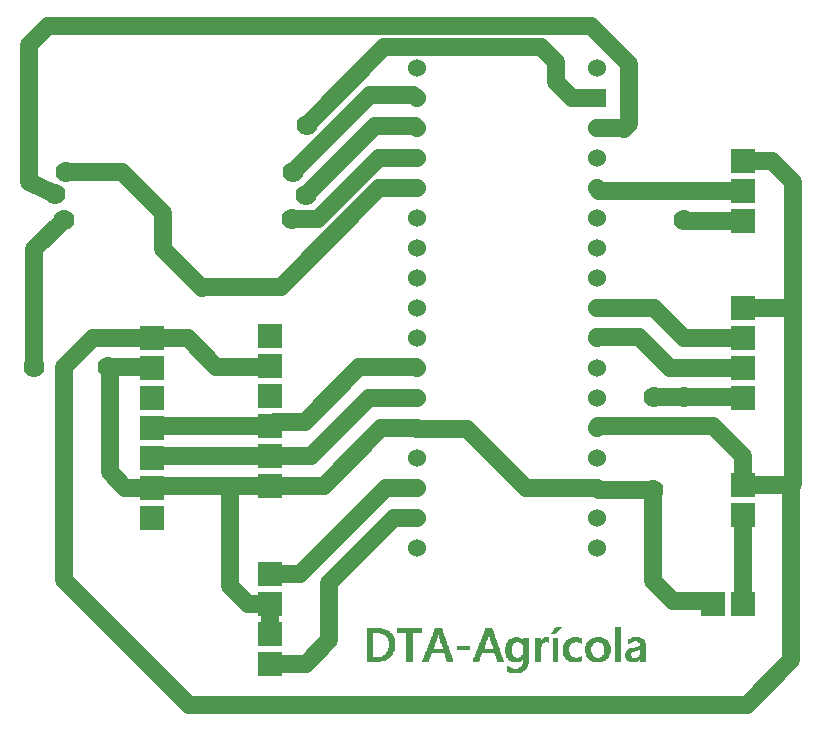
<source format=gbr>
G04 PROTEUS RS274X GERBER FILE*
%FSLAX45Y45*%
%MOMM*%
G01*
%ADD10C,1.524000*%
%ADD11C,1.778000*%
%ADD12R,2.032000X2.032000*%
%ADD13R,1.524000X1.524000*%
%ADD14C,1.524000*%
%ADD15C,0.063500*%
D10*
X-779528Y+4601426D02*
X-1997528Y+4601426D01*
X-2017528Y+4621426D01*
X-779528Y+3351426D02*
X-1275528Y+3351426D01*
X-1529528Y+3605426D01*
X-2017528Y+3605426D01*
X-779528Y+3097426D02*
X-1398429Y+3097426D01*
X-1659010Y+3358007D01*
X-2010947Y+3358007D01*
X-2017528Y+3351426D01*
X-5779528Y+3355426D02*
X-5481358Y+3355426D01*
X-5476991Y+3351059D01*
X-5235382Y+3109450D01*
X-5235381Y+3109450D01*
X-4787504Y+3109450D01*
X-4779528Y+3117426D01*
X-4779528Y+2609426D02*
X-5763528Y+2609426D01*
X-5779528Y+2593426D01*
X-4779528Y+2355426D02*
X-5763528Y+2355426D01*
X-5779528Y+2339426D01*
X-4779528Y+2609426D02*
X-4743248Y+2645706D01*
X-4489248Y+2645706D01*
X-4029528Y+3105426D01*
X-3549528Y+3105426D01*
X-3541528Y+3097426D01*
X-4779528Y+2355426D02*
X-4434429Y+2355426D01*
X-3946796Y+2843059D01*
X-3541895Y+2843059D01*
X-3541528Y+2843426D01*
X-4779528Y+2101426D02*
X-4329112Y+2101426D01*
X-3841479Y+2589059D01*
X-3541895Y+2589059D01*
X-3541528Y+2589426D01*
X-4779528Y+1355426D02*
X-4529528Y+1355426D01*
X-3803528Y+2081426D01*
X-3541528Y+2081426D01*
X-4779528Y+1101426D02*
X-4779528Y+847426D01*
X-4779528Y+1101426D02*
X-4972330Y+1101426D01*
X-5122232Y+1251328D01*
X-5122232Y+2101426D01*
X-4779528Y+2101426D02*
X-5122232Y+2101426D01*
X-5763528Y+2101426D01*
X-5779528Y+2085426D01*
X-4779528Y+593426D02*
X-4478905Y+593426D01*
X-4279036Y+793295D01*
X-4279036Y+1282558D01*
X-3734168Y+1827426D01*
X-3541528Y+1827426D01*
X-2017528Y+2081426D02*
X-2610775Y+2081426D01*
X-3113135Y+2583786D01*
X-3535888Y+2583786D01*
X-3541528Y+2589426D01*
X-360003Y+3604343D02*
X-778445Y+3604343D01*
X-779528Y+3605426D01*
X-779528Y+1851426D02*
X-779528Y+1109426D01*
X-775528Y+1105426D01*
X-779528Y+2105426D02*
X-779528Y+2355426D01*
X-1029528Y+2605426D01*
X-2001528Y+2605426D01*
X-2017528Y+2589426D01*
X-1029528Y+1105426D02*
X-1053534Y+1129432D01*
X-1369973Y+1129432D01*
X-1535789Y+1295248D01*
X-1535789Y+2064032D01*
X-2000134Y+2064032D01*
X-2017528Y+2081426D01*
X-779528Y+4855426D02*
X-534318Y+4855426D01*
X-356165Y+4677273D01*
X-356165Y+3609817D01*
X-350691Y+3604343D01*
X-357511Y+3604343D01*
X-360003Y+3604343D01*
X-779528Y+2105426D02*
X-370067Y+2105426D01*
X-357511Y+2117982D01*
X-357511Y+3604343D01*
X-5779528Y+3355426D02*
X-6279528Y+3355426D01*
X-6529528Y+3105426D01*
X-6529528Y+1307848D01*
X-5471680Y+250000D01*
X-744776Y+250000D01*
X-368901Y+625875D01*
X-368901Y+2104260D01*
X-370067Y+2105426D01*
X-4584725Y+4759802D02*
X-3933102Y+5411425D01*
X-3733626Y+5411425D01*
X-3569527Y+5411425D01*
X-3541528Y+5383426D01*
X-3541528Y+4621426D02*
X-3858704Y+4621426D01*
X-4691113Y+3789017D01*
X-4704411Y+3789017D01*
X-5342736Y+3789017D01*
X-5356034Y+3775719D01*
X-5688495Y+4108180D01*
X-5688495Y+4161373D01*
X-5688495Y+4414043D01*
X-6034254Y+4759802D01*
X-6481562Y+4759802D01*
X-6508136Y+4759802D01*
X-779528Y+4347426D02*
X-1271528Y+4347426D01*
X-1279528Y+4355426D01*
X-1529528Y+2855426D02*
X-1279528Y+2855426D01*
X-791528Y+2855426D01*
X-779528Y+2843426D01*
X-6529528Y+4355426D02*
X-6779528Y+4105426D01*
X-6779528Y+3105426D01*
X-5779528Y+2085426D02*
X-6006264Y+2085426D01*
X-6140641Y+2219803D01*
X-6140641Y+3110798D01*
X-6153940Y+3110798D02*
X-6140641Y+3110798D01*
X-5788900Y+3110798D01*
X-5779528Y+3101426D01*
X-4598023Y+4360849D02*
X-4371950Y+4360849D01*
X-3857373Y+4875426D01*
X-3541528Y+4875426D01*
X-2017528Y+5129426D02*
X-1798063Y+5129426D01*
X-1788954Y+5120317D01*
X-1741477Y+5167794D01*
X-1741477Y+5673420D01*
X-2061022Y+5992965D01*
X-6665726Y+5992965D01*
X-6826224Y+5832467D01*
X-6826224Y+4674038D01*
X-6598336Y+4574337D01*
X-4478338Y+4560326D02*
X-3893207Y+5145457D01*
X-3557559Y+5145457D01*
X-3541528Y+5129426D01*
X-2017528Y+5383426D02*
X-2222979Y+5383426D01*
X-2225739Y+5386186D01*
X-2358674Y+5519121D01*
X-2363421Y+5519121D01*
X-2363421Y+5687015D01*
X-2491608Y+5815202D01*
X-3816177Y+5815202D01*
X-3816206Y+5815231D01*
X-4471384Y+5160053D01*
X-4471384Y+5158299D01*
D11*
X-1535789Y+2064032D03*
X-4584725Y+4759802D03*
X-6508136Y+4759802D03*
X-1279528Y+4355426D03*
X-1279528Y+2855426D03*
X-6529528Y+4355426D03*
X-6779528Y+3105426D03*
X-6153940Y+3110798D03*
X-1529528Y+2855426D03*
X-4598023Y+4360849D03*
X-6598336Y+4574337D03*
X-4478338Y+4560326D03*
X-4471384Y+5158299D03*
D12*
X-775528Y+1105426D03*
X-1029528Y+1105426D03*
X-779528Y+2105426D03*
X-779528Y+1851426D03*
D13*
X-2017528Y+5383426D03*
D14*
X-2017528Y+5129426D03*
X-2017528Y+4875426D03*
X-2017528Y+4621426D03*
X-2017528Y+4367426D03*
X-2017528Y+4113426D03*
X-2017528Y+3859426D03*
X-2017528Y+3605426D03*
X-2017528Y+3351426D03*
X-2017528Y+3097426D03*
X-2017528Y+2843426D03*
X-2017528Y+2589426D03*
X-2017528Y+2335426D03*
X-2017528Y+2081426D03*
X-2017528Y+1827426D03*
X-3541528Y+1827426D03*
X-3541528Y+2081426D03*
X-3541528Y+2335426D03*
X-3541528Y+2589426D03*
X-3541528Y+2843426D03*
X-3541528Y+3097426D03*
X-3541528Y+3351426D03*
X-3541528Y+3605426D03*
X-3541528Y+3859426D03*
X-3541528Y+4113426D03*
X-3541528Y+4367426D03*
X-3541528Y+4621426D03*
X-3541528Y+4875426D03*
X-3541528Y+5129426D03*
X-3541528Y+5383426D03*
X-2017528Y+5637426D03*
X-3541528Y+5637426D03*
X-3541528Y+1573426D03*
X-2017528Y+1573426D03*
D12*
X-4779528Y+3371426D03*
X-4779528Y+3117426D03*
X-4779528Y+2863426D03*
X-4779528Y+2609426D03*
X-4779528Y+2355426D03*
X-4779528Y+2101426D03*
X-5779528Y+3355426D03*
X-5779528Y+3101426D03*
X-5779528Y+2847426D03*
X-5779528Y+2593426D03*
X-5779528Y+2339426D03*
X-5779528Y+2085426D03*
X-5779528Y+1831426D03*
X-779528Y+4855426D03*
X-779528Y+4601426D03*
X-779528Y+4347426D03*
X-4779528Y+1355426D03*
X-4779528Y+1101426D03*
X-4779528Y+847426D03*
X-4779528Y+593426D03*
X-779528Y+3605426D03*
X-779528Y+3351426D03*
X-779528Y+3097426D03*
X-779528Y+2843426D03*
D15*
X-2740160Y+525020D02*
X-2679200Y+525020D01*
X-2760480Y+530100D02*
X-2658880Y+530100D01*
X-2775720Y+535180D02*
X-2648720Y+535180D01*
X-2775720Y+540260D02*
X-2638560Y+540260D01*
X-2775720Y+545340D02*
X-2633480Y+545340D01*
X-2775720Y+550420D02*
X-2628400Y+550420D01*
X-2775720Y+555500D02*
X-2623320Y+555500D01*
X-2775720Y+560580D02*
X-2735080Y+560580D01*
X-2684280Y+560580D02*
X-2618240Y+560580D01*
X-2775720Y+565660D02*
X-2750320Y+565660D01*
X-2674120Y+565660D02*
X-2613160Y+565660D01*
X-2775720Y+570740D02*
X-2760480Y+570740D01*
X-2663960Y+570740D02*
X-2613160Y+570740D01*
X-2775720Y+575820D02*
X-2770640Y+575820D01*
X-2658880Y+575820D02*
X-2608080Y+575820D01*
X-2653800Y+580900D02*
X-2608080Y+580900D01*
X-2648720Y+585980D02*
X-2603000Y+585980D01*
X-2648720Y+591060D02*
X-2603000Y+591060D01*
X-2643640Y+596140D02*
X-2603000Y+596140D01*
X-2643640Y+601220D02*
X-2603000Y+601220D01*
X-2643640Y+606300D02*
X-2597920Y+606300D01*
X-2638560Y+611380D02*
X-2597920Y+611380D01*
X-2730000Y+616460D02*
X-2684280Y+616460D01*
X-2638560Y+616460D02*
X-2597920Y+616460D01*
X-2227080Y+616460D02*
X-2176280Y+616460D01*
X-2039120Y+616460D02*
X-1983240Y+616460D01*
X-1734320Y+616460D02*
X-1688600Y+616460D01*
X-3964440Y+621540D02*
X-3847600Y+621540D01*
X-3629160Y+621540D02*
X-3583440Y+621540D01*
X-3492000Y+621540D02*
X-3446280Y+621540D01*
X-3283720Y+621540D02*
X-3238000Y+621540D01*
X-3065280Y+621540D02*
X-3019560Y+621540D01*
X-2857000Y+621540D02*
X-2811280Y+621540D01*
X-2745240Y+621540D02*
X-2669040Y+621540D01*
X-2638560Y+621540D02*
X-2597920Y+621540D01*
X-2536960Y+621540D02*
X-2496320Y+621540D01*
X-2389640Y+621540D02*
X-2349000Y+621540D01*
X-2247400Y+621540D02*
X-2161040Y+621540D01*
X-2054360Y+621540D02*
X-1968000Y+621540D01*
X-1861320Y+621540D02*
X-1820680Y+621540D01*
X-1744480Y+621540D02*
X-1673360Y+621540D01*
X-1647960Y+621540D02*
X-1607320Y+621540D01*
X-3964440Y+626620D02*
X-3827280Y+626620D01*
X-3629160Y+626620D02*
X-3583440Y+626620D01*
X-3492000Y+626620D02*
X-3446280Y+626620D01*
X-3283720Y+626620D02*
X-3238000Y+626620D01*
X-3065280Y+626620D02*
X-3019560Y+626620D01*
X-2857000Y+626620D02*
X-2811280Y+626620D01*
X-2750320Y+626620D02*
X-2663960Y+626620D01*
X-2638560Y+626620D02*
X-2597920Y+626620D01*
X-2536960Y+626620D02*
X-2496320Y+626620D01*
X-2389640Y+626620D02*
X-2349000Y+626620D01*
X-2257560Y+626620D02*
X-2150880Y+626620D01*
X-2069600Y+626620D02*
X-1957840Y+626620D01*
X-1861320Y+626620D02*
X-1820680Y+626620D01*
X-1754640Y+626620D02*
X-1668280Y+626620D01*
X-1647960Y+626620D02*
X-1607320Y+626620D01*
X-3964440Y+631700D02*
X-3812040Y+631700D01*
X-3629160Y+631700D02*
X-3583440Y+631700D01*
X-3486920Y+631700D02*
X-3441200Y+631700D01*
X-3288800Y+631700D02*
X-3243080Y+631700D01*
X-3060200Y+631700D02*
X-3014480Y+631700D01*
X-2862080Y+631700D02*
X-2816360Y+631700D01*
X-2760480Y+631700D02*
X-2653800Y+631700D01*
X-2638560Y+631700D02*
X-2597920Y+631700D01*
X-2536960Y+631700D02*
X-2496320Y+631700D01*
X-2389640Y+631700D02*
X-2349000Y+631700D01*
X-2262640Y+631700D02*
X-2145800Y+631700D01*
X-2074680Y+631700D02*
X-1947680Y+631700D01*
X-1861320Y+631700D02*
X-1820680Y+631700D01*
X-1759720Y+631700D02*
X-1663200Y+631700D01*
X-1647960Y+631700D02*
X-1607320Y+631700D01*
X-3964440Y+636780D02*
X-3801880Y+636780D01*
X-3629160Y+636780D02*
X-3583440Y+636780D01*
X-3486920Y+636780D02*
X-3441200Y+636780D01*
X-3288800Y+636780D02*
X-3243080Y+636780D01*
X-3060200Y+636780D02*
X-3014480Y+636780D01*
X-2862080Y+636780D02*
X-2816360Y+636780D01*
X-2765560Y+636780D02*
X-2648720Y+636780D01*
X-2638560Y+636780D02*
X-2597920Y+636780D01*
X-2536960Y+636780D02*
X-2496320Y+636780D01*
X-2389640Y+636780D02*
X-2349000Y+636780D01*
X-2272800Y+636780D02*
X-2145800Y+636780D01*
X-2079760Y+636780D02*
X-1942600Y+636780D01*
X-1861320Y+636780D02*
X-1820680Y+636780D01*
X-1764800Y+636780D02*
X-1658120Y+636780D01*
X-1647960Y+636780D02*
X-1607320Y+636780D01*
X-3964440Y+641860D02*
X-3791720Y+641860D01*
X-3629160Y+641860D02*
X-3583440Y+641860D01*
X-3486920Y+641860D02*
X-3441200Y+641860D01*
X-3288800Y+641860D02*
X-3243080Y+641860D01*
X-3060200Y+641860D02*
X-3014480Y+641860D01*
X-2862080Y+641860D02*
X-2816360Y+641860D01*
X-2770640Y+641860D02*
X-2648720Y+641860D01*
X-2638560Y+641860D02*
X-2597920Y+641860D01*
X-2536960Y+641860D02*
X-2496320Y+641860D01*
X-2389640Y+641860D02*
X-2349000Y+641860D01*
X-2277880Y+641860D02*
X-2145800Y+641860D01*
X-2089920Y+641860D02*
X-1937520Y+641860D01*
X-1861320Y+641860D02*
X-1820680Y+641860D01*
X-1769880Y+641860D02*
X-1653040Y+641860D01*
X-1647960Y+641860D02*
X-1607320Y+641860D01*
X-3964440Y+646940D02*
X-3786640Y+646940D01*
X-3629160Y+646940D02*
X-3583440Y+646940D01*
X-3481840Y+646940D02*
X-3436120Y+646940D01*
X-3293880Y+646940D02*
X-3248160Y+646940D01*
X-3055120Y+646940D02*
X-3009400Y+646940D01*
X-2867160Y+646940D02*
X-2821440Y+646940D01*
X-2770640Y+646940D02*
X-2643640Y+646940D01*
X-2638560Y+646940D02*
X-2597920Y+646940D01*
X-2536960Y+646940D02*
X-2496320Y+646940D01*
X-2389640Y+646940D02*
X-2349000Y+646940D01*
X-2282960Y+646940D02*
X-2145800Y+646940D01*
X-2089920Y+646940D02*
X-1932440Y+646940D01*
X-1861320Y+646940D02*
X-1820680Y+646940D01*
X-1769880Y+646940D02*
X-1714000Y+646940D01*
X-1683520Y+646940D02*
X-1607320Y+646940D01*
X-3964440Y+652020D02*
X-3781560Y+652020D01*
X-3629160Y+652020D02*
X-3583440Y+652020D01*
X-3481840Y+652020D02*
X-3436120Y+652020D01*
X-3293880Y+652020D02*
X-3248160Y+652020D01*
X-3055120Y+652020D02*
X-3009400Y+652020D01*
X-2867160Y+652020D02*
X-2821440Y+652020D01*
X-2775720Y+652020D02*
X-2709680Y+652020D01*
X-2674120Y+652020D02*
X-2597920Y+652020D01*
X-2536960Y+652020D02*
X-2496320Y+652020D01*
X-2389640Y+652020D02*
X-2349000Y+652020D01*
X-2282960Y+652020D02*
X-2211840Y+652020D01*
X-2176280Y+652020D02*
X-2145800Y+652020D01*
X-2095000Y+652020D02*
X-2028960Y+652020D01*
X-1988320Y+652020D02*
X-1927360Y+652020D01*
X-1861320Y+652020D02*
X-1820680Y+652020D01*
X-1769880Y+652020D02*
X-1724160Y+652020D01*
X-1673360Y+652020D02*
X-1607320Y+652020D01*
X-3964440Y+657100D02*
X-3918720Y+657100D01*
X-3852680Y+657100D02*
X-3771400Y+657100D01*
X-3629160Y+657100D02*
X-3583440Y+657100D01*
X-3476760Y+657100D02*
X-3436120Y+657100D01*
X-3298960Y+657100D02*
X-3248160Y+657100D01*
X-3050040Y+657100D02*
X-3009400Y+657100D01*
X-2872240Y+657100D02*
X-2821440Y+657100D01*
X-2780800Y+657100D02*
X-2719840Y+657100D01*
X-2663960Y+657100D02*
X-2597920Y+657100D01*
X-2536960Y+657100D02*
X-2496320Y+657100D01*
X-2389640Y+657100D02*
X-2349000Y+657100D01*
X-2288040Y+657100D02*
X-2227080Y+657100D01*
X-2161040Y+657100D02*
X-2145800Y+657100D01*
X-2100080Y+657100D02*
X-2039120Y+657100D01*
X-1978160Y+657100D02*
X-1922280Y+657100D01*
X-1861320Y+657100D02*
X-1820680Y+657100D01*
X-1774960Y+657100D02*
X-1729240Y+657100D01*
X-1663200Y+657100D02*
X-1607320Y+657100D01*
X-3964440Y+662180D02*
X-3918720Y+662180D01*
X-3837440Y+662180D02*
X-3766320Y+662180D01*
X-3629160Y+662180D02*
X-3583440Y+662180D01*
X-3476760Y+662180D02*
X-3431040Y+662180D01*
X-3298960Y+662180D02*
X-3253240Y+662180D01*
X-3050040Y+662180D02*
X-3004320Y+662180D01*
X-2872240Y+662180D02*
X-2826520Y+662180D01*
X-2780800Y+662180D02*
X-2724920Y+662180D01*
X-2658880Y+662180D02*
X-2597920Y+662180D01*
X-2536960Y+662180D02*
X-2496320Y+662180D01*
X-2389640Y+662180D02*
X-2349000Y+662180D01*
X-2293120Y+662180D02*
X-2232160Y+662180D01*
X-2150880Y+662180D02*
X-2145800Y+662180D01*
X-2105160Y+662180D02*
X-2049280Y+662180D01*
X-1973080Y+662180D02*
X-1922280Y+662180D01*
X-1861320Y+662180D02*
X-1820680Y+662180D01*
X-1774960Y+662180D02*
X-1729240Y+662180D01*
X-1658120Y+662180D02*
X-1607320Y+662180D01*
X-3964440Y+667260D02*
X-3918720Y+667260D01*
X-3827280Y+667260D02*
X-3761240Y+667260D01*
X-3629160Y+667260D02*
X-3583440Y+667260D01*
X-3476760Y+667260D02*
X-3431040Y+667260D01*
X-3298960Y+667260D02*
X-3253240Y+667260D01*
X-3050040Y+667260D02*
X-3004320Y+667260D01*
X-2872240Y+667260D02*
X-2826520Y+667260D01*
X-2785880Y+667260D02*
X-2730000Y+667260D01*
X-2653800Y+667260D02*
X-2597920Y+667260D01*
X-2536960Y+667260D02*
X-2496320Y+667260D01*
X-2389640Y+667260D02*
X-2349000Y+667260D01*
X-2293120Y+667260D02*
X-2242320Y+667260D01*
X-2105160Y+667260D02*
X-2054360Y+667260D01*
X-1968000Y+667260D02*
X-1917200Y+667260D01*
X-1861320Y+667260D02*
X-1820680Y+667260D01*
X-1774960Y+667260D02*
X-1734320Y+667260D01*
X-1658120Y+667260D02*
X-1607320Y+667260D01*
X-3964440Y+672340D02*
X-3918720Y+672340D01*
X-3817120Y+672340D02*
X-3761240Y+672340D01*
X-3629160Y+672340D02*
X-3583440Y+672340D01*
X-3471680Y+672340D02*
X-3431040Y+672340D01*
X-3304040Y+672340D02*
X-3253240Y+672340D01*
X-3044960Y+672340D02*
X-3004320Y+672340D01*
X-2877320Y+672340D02*
X-2826520Y+672340D01*
X-2785880Y+672340D02*
X-2735080Y+672340D01*
X-2648720Y+672340D02*
X-2597920Y+672340D01*
X-2536960Y+672340D02*
X-2496320Y+672340D01*
X-2389640Y+672340D02*
X-2349000Y+672340D01*
X-2298200Y+672340D02*
X-2242320Y+672340D01*
X-2105160Y+672340D02*
X-2059440Y+672340D01*
X-1962920Y+672340D02*
X-1917200Y+672340D01*
X-1861320Y+672340D02*
X-1820680Y+672340D01*
X-1774960Y+672340D02*
X-1734320Y+672340D01*
X-1653040Y+672340D02*
X-1607320Y+672340D01*
X-3964440Y+677420D02*
X-3918720Y+677420D01*
X-3812040Y+677420D02*
X-3756160Y+677420D01*
X-3629160Y+677420D02*
X-3583440Y+677420D01*
X-3471680Y+677420D02*
X-3425960Y+677420D01*
X-3304040Y+677420D02*
X-3258320Y+677420D01*
X-3044960Y+677420D02*
X-2999240Y+677420D01*
X-2877320Y+677420D02*
X-2831600Y+677420D01*
X-2785880Y+677420D02*
X-2735080Y+677420D01*
X-2643640Y+677420D02*
X-2597920Y+677420D01*
X-2536960Y+677420D02*
X-2496320Y+677420D01*
X-2389640Y+677420D02*
X-2349000Y+677420D01*
X-2298200Y+677420D02*
X-2247400Y+677420D01*
X-2110240Y+677420D02*
X-2059440Y+677420D01*
X-1957840Y+677420D02*
X-1912120Y+677420D01*
X-1861320Y+677420D02*
X-1820680Y+677420D01*
X-1774960Y+677420D02*
X-1734320Y+677420D01*
X-1653040Y+677420D02*
X-1607320Y+677420D01*
X-3964440Y+682500D02*
X-3918720Y+682500D01*
X-3806960Y+682500D02*
X-3751080Y+682500D01*
X-3629160Y+682500D02*
X-3583440Y+682500D01*
X-3466600Y+682500D02*
X-3425960Y+682500D01*
X-3304040Y+682500D02*
X-3258320Y+682500D01*
X-3039880Y+682500D02*
X-2999240Y+682500D01*
X-2877320Y+682500D02*
X-2831600Y+682500D01*
X-2785880Y+682500D02*
X-2740160Y+682500D01*
X-2643640Y+682500D02*
X-2597920Y+682500D01*
X-2536960Y+682500D02*
X-2496320Y+682500D01*
X-2389640Y+682500D02*
X-2349000Y+682500D01*
X-2298200Y+682500D02*
X-2252480Y+682500D01*
X-2110240Y+682500D02*
X-2064520Y+682500D01*
X-1957840Y+682500D02*
X-1912120Y+682500D01*
X-1861320Y+682500D02*
X-1820680Y+682500D01*
X-1774960Y+682500D02*
X-1734320Y+682500D01*
X-1647960Y+682500D02*
X-1607320Y+682500D01*
X-3964440Y+687580D02*
X-3918720Y+687580D01*
X-3801880Y+687580D02*
X-3751080Y+687580D01*
X-3629160Y+687580D02*
X-3583440Y+687580D01*
X-3466600Y+687580D02*
X-3420880Y+687580D01*
X-3309120Y+687580D02*
X-3258320Y+687580D01*
X-3039880Y+687580D02*
X-2994160Y+687580D01*
X-2882400Y+687580D02*
X-2831600Y+687580D01*
X-2790960Y+687580D02*
X-2740160Y+687580D01*
X-2643640Y+687580D02*
X-2597920Y+687580D01*
X-2536960Y+687580D02*
X-2496320Y+687580D01*
X-2389640Y+687580D02*
X-2349000Y+687580D01*
X-2298200Y+687580D02*
X-2252480Y+687580D01*
X-2110240Y+687580D02*
X-2064520Y+687580D01*
X-1957840Y+687580D02*
X-1912120Y+687580D01*
X-1861320Y+687580D02*
X-1820680Y+687580D01*
X-1774960Y+687580D02*
X-1734320Y+687580D01*
X-1647960Y+687580D02*
X-1607320Y+687580D01*
X-3964440Y+692660D02*
X-3918720Y+692660D01*
X-3796800Y+692660D02*
X-3746000Y+692660D01*
X-3629160Y+692660D02*
X-3583440Y+692660D01*
X-3466600Y+692660D02*
X-3263400Y+692660D01*
X-3039880Y+692660D02*
X-2836680Y+692660D01*
X-2790960Y+692660D02*
X-2745240Y+692660D01*
X-2638560Y+692660D02*
X-2597920Y+692660D01*
X-2536960Y+692660D02*
X-2496320Y+692660D01*
X-2389640Y+692660D02*
X-2349000Y+692660D01*
X-2303280Y+692660D02*
X-2252480Y+692660D01*
X-2115320Y+692660D02*
X-2064520Y+692660D01*
X-1952760Y+692660D02*
X-1907040Y+692660D01*
X-1861320Y+692660D02*
X-1820680Y+692660D01*
X-1769880Y+692660D02*
X-1729240Y+692660D01*
X-1647960Y+692660D02*
X-1607320Y+692660D01*
X-3964440Y+697740D02*
X-3918720Y+697740D01*
X-3791720Y+697740D02*
X-3746000Y+697740D01*
X-3629160Y+697740D02*
X-3583440Y+697740D01*
X-3461520Y+697740D02*
X-3263400Y+697740D01*
X-3034800Y+697740D02*
X-2836680Y+697740D01*
X-2790960Y+697740D02*
X-2745240Y+697740D01*
X-2638560Y+697740D02*
X-2597920Y+697740D01*
X-2536960Y+697740D02*
X-2496320Y+697740D01*
X-2389640Y+697740D02*
X-2349000Y+697740D01*
X-2303280Y+697740D02*
X-2257560Y+697740D01*
X-2115320Y+697740D02*
X-2069600Y+697740D01*
X-1952760Y+697740D02*
X-1907040Y+697740D01*
X-1861320Y+697740D02*
X-1820680Y+697740D01*
X-1769880Y+697740D02*
X-1724160Y+697740D01*
X-1647960Y+697740D02*
X-1607320Y+697740D01*
X-3964440Y+702820D02*
X-3918720Y+702820D01*
X-3791720Y+702820D02*
X-3740920Y+702820D01*
X-3629160Y+702820D02*
X-3583440Y+702820D01*
X-3461520Y+702820D02*
X-3268480Y+702820D01*
X-3034800Y+702820D02*
X-2841760Y+702820D01*
X-2790960Y+702820D02*
X-2745240Y+702820D01*
X-2638560Y+702820D02*
X-2597920Y+702820D01*
X-2536960Y+702820D02*
X-2496320Y+702820D01*
X-2389640Y+702820D02*
X-2349000Y+702820D01*
X-2303280Y+702820D02*
X-2257560Y+702820D01*
X-2115320Y+702820D02*
X-2069600Y+702820D01*
X-1952760Y+702820D02*
X-1907040Y+702820D01*
X-1861320Y+702820D02*
X-1820680Y+702820D01*
X-1769880Y+702820D02*
X-1719080Y+702820D01*
X-1647960Y+702820D02*
X-1607320Y+702820D01*
X-3964440Y+707900D02*
X-3918720Y+707900D01*
X-3786640Y+707900D02*
X-3740920Y+707900D01*
X-3629160Y+707900D02*
X-3583440Y+707900D01*
X-3456440Y+707900D02*
X-3268480Y+707900D01*
X-3029720Y+707900D02*
X-2841760Y+707900D01*
X-2790960Y+707900D02*
X-2745240Y+707900D01*
X-2638560Y+707900D02*
X-2597920Y+707900D01*
X-2536960Y+707900D02*
X-2496320Y+707900D01*
X-2389640Y+707900D02*
X-2349000Y+707900D01*
X-2303280Y+707900D02*
X-2257560Y+707900D01*
X-2115320Y+707900D02*
X-2069600Y+707900D01*
X-1952760Y+707900D02*
X-1907040Y+707900D01*
X-1861320Y+707900D02*
X-1820680Y+707900D01*
X-1764800Y+707900D02*
X-1698760Y+707900D01*
X-1647960Y+707900D02*
X-1607320Y+707900D01*
X-3964440Y+712980D02*
X-3918720Y+712980D01*
X-3786640Y+712980D02*
X-3735840Y+712980D01*
X-3629160Y+712980D02*
X-3583440Y+712980D01*
X-3456440Y+712980D02*
X-3268480Y+712980D01*
X-3029720Y+712980D02*
X-2841760Y+712980D01*
X-2790960Y+712980D02*
X-2745240Y+712980D01*
X-2638560Y+712980D02*
X-2597920Y+712980D01*
X-2536960Y+712980D02*
X-2496320Y+712980D01*
X-2389640Y+712980D02*
X-2349000Y+712980D01*
X-2303280Y+712980D02*
X-2257560Y+712980D01*
X-2115320Y+712980D02*
X-2069600Y+712980D01*
X-1952760Y+712980D02*
X-1907040Y+712980D01*
X-1861320Y+712980D02*
X-1820680Y+712980D01*
X-1759720Y+712980D02*
X-1673360Y+712980D01*
X-1647960Y+712980D02*
X-1607320Y+712980D01*
X-3964440Y+718060D02*
X-3918720Y+718060D01*
X-3781560Y+718060D02*
X-3735840Y+718060D01*
X-3629160Y+718060D02*
X-3583440Y+718060D01*
X-3456440Y+718060D02*
X-3273560Y+718060D01*
X-3202440Y+718060D02*
X-3095760Y+718060D01*
X-3029720Y+718060D02*
X-2846840Y+718060D01*
X-2790960Y+718060D02*
X-2745240Y+718060D01*
X-2638560Y+718060D02*
X-2597920Y+718060D01*
X-2536960Y+718060D02*
X-2496320Y+718060D01*
X-2389640Y+718060D02*
X-2349000Y+718060D01*
X-2303280Y+718060D02*
X-2257560Y+718060D01*
X-2115320Y+718060D02*
X-2069600Y+718060D01*
X-1952760Y+718060D02*
X-1907040Y+718060D01*
X-1861320Y+718060D02*
X-1820680Y+718060D01*
X-1754640Y+718060D02*
X-1607320Y+718060D01*
X-3964440Y+723140D02*
X-3918720Y+723140D01*
X-3781560Y+723140D02*
X-3735840Y+723140D01*
X-3629160Y+723140D02*
X-3583440Y+723140D01*
X-3451360Y+723140D02*
X-3273560Y+723140D01*
X-3202440Y+723140D02*
X-3095760Y+723140D01*
X-3024640Y+723140D02*
X-2846840Y+723140D01*
X-2790960Y+723140D02*
X-2745240Y+723140D01*
X-2638560Y+723140D02*
X-2597920Y+723140D01*
X-2536960Y+723140D02*
X-2496320Y+723140D01*
X-2389640Y+723140D02*
X-2349000Y+723140D01*
X-2303280Y+723140D02*
X-2257560Y+723140D01*
X-2115320Y+723140D02*
X-2069600Y+723140D01*
X-1952760Y+723140D02*
X-1907040Y+723140D01*
X-1861320Y+723140D02*
X-1820680Y+723140D01*
X-1749560Y+723140D02*
X-1607320Y+723140D01*
X-3964440Y+728220D02*
X-3918720Y+728220D01*
X-3781560Y+728220D02*
X-3735840Y+728220D01*
X-3629160Y+728220D02*
X-3583440Y+728220D01*
X-3451360Y+728220D02*
X-3405640Y+728220D01*
X-3319280Y+728220D02*
X-3273560Y+728220D01*
X-3202440Y+728220D02*
X-3095760Y+728220D01*
X-3024640Y+728220D02*
X-2978920Y+728220D01*
X-2892560Y+728220D02*
X-2846840Y+728220D01*
X-2790960Y+728220D02*
X-2745240Y+728220D01*
X-2638560Y+728220D02*
X-2597920Y+728220D01*
X-2536960Y+728220D02*
X-2496320Y+728220D01*
X-2389640Y+728220D02*
X-2349000Y+728220D01*
X-2303280Y+728220D02*
X-2257560Y+728220D01*
X-2115320Y+728220D02*
X-2069600Y+728220D01*
X-1952760Y+728220D02*
X-1907040Y+728220D01*
X-1861320Y+728220D02*
X-1820680Y+728220D01*
X-1739400Y+728220D02*
X-1607320Y+728220D01*
X-3964440Y+733300D02*
X-3918720Y+733300D01*
X-3776480Y+733300D02*
X-3730760Y+733300D01*
X-3629160Y+733300D02*
X-3583440Y+733300D01*
X-3451360Y+733300D02*
X-3400560Y+733300D01*
X-3319280Y+733300D02*
X-3278640Y+733300D01*
X-3202440Y+733300D02*
X-3095760Y+733300D01*
X-3024640Y+733300D02*
X-2973840Y+733300D01*
X-2892560Y+733300D02*
X-2851920Y+733300D01*
X-2790960Y+733300D02*
X-2745240Y+733300D01*
X-2638560Y+733300D02*
X-2597920Y+733300D01*
X-2536960Y+733300D02*
X-2496320Y+733300D01*
X-2389640Y+733300D02*
X-2349000Y+733300D01*
X-2303280Y+733300D02*
X-2257560Y+733300D01*
X-2115320Y+733300D02*
X-2069600Y+733300D01*
X-1952760Y+733300D02*
X-1907040Y+733300D01*
X-1861320Y+733300D02*
X-1820680Y+733300D01*
X-1719080Y+733300D02*
X-1607320Y+733300D01*
X-3964440Y+738380D02*
X-3918720Y+738380D01*
X-3776480Y+738380D02*
X-3730760Y+738380D01*
X-3629160Y+738380D02*
X-3583440Y+738380D01*
X-3446280Y+738380D02*
X-3400560Y+738380D01*
X-3319280Y+738380D02*
X-3278640Y+738380D01*
X-3202440Y+738380D02*
X-3095760Y+738380D01*
X-3019560Y+738380D02*
X-2973840Y+738380D01*
X-2892560Y+738380D02*
X-2851920Y+738380D01*
X-2790960Y+738380D02*
X-2745240Y+738380D01*
X-2638560Y+738380D02*
X-2597920Y+738380D01*
X-2536960Y+738380D02*
X-2496320Y+738380D01*
X-2389640Y+738380D02*
X-2349000Y+738380D01*
X-2303280Y+738380D02*
X-2257560Y+738380D01*
X-2115320Y+738380D02*
X-2069600Y+738380D01*
X-1952760Y+738380D02*
X-1907040Y+738380D01*
X-1861320Y+738380D02*
X-1820680Y+738380D01*
X-1693680Y+738380D02*
X-1607320Y+738380D01*
X-3964440Y+743460D02*
X-3918720Y+743460D01*
X-3776480Y+743460D02*
X-3730760Y+743460D01*
X-3629160Y+743460D02*
X-3583440Y+743460D01*
X-3446280Y+743460D02*
X-3400560Y+743460D01*
X-3324360Y+743460D02*
X-3278640Y+743460D01*
X-3202440Y+743460D02*
X-3095760Y+743460D01*
X-3019560Y+743460D02*
X-2973840Y+743460D01*
X-2897640Y+743460D02*
X-2851920Y+743460D01*
X-2785880Y+743460D02*
X-2740160Y+743460D01*
X-2638560Y+743460D02*
X-2597920Y+743460D01*
X-2536960Y+743460D02*
X-2496320Y+743460D01*
X-2389640Y+743460D02*
X-2349000Y+743460D01*
X-2298200Y+743460D02*
X-2252480Y+743460D01*
X-2115320Y+743460D02*
X-2064520Y+743460D01*
X-1957840Y+743460D02*
X-1907040Y+743460D01*
X-1861320Y+743460D02*
X-1820680Y+743460D01*
X-1663200Y+743460D02*
X-1607320Y+743460D01*
X-3964440Y+748540D02*
X-3918720Y+748540D01*
X-3776480Y+748540D02*
X-3730760Y+748540D01*
X-3629160Y+748540D02*
X-3583440Y+748540D01*
X-3441200Y+748540D02*
X-3395480Y+748540D01*
X-3324360Y+748540D02*
X-3283720Y+748540D01*
X-3014480Y+748540D02*
X-2968760Y+748540D01*
X-2897640Y+748540D02*
X-2857000Y+748540D01*
X-2785880Y+748540D02*
X-2740160Y+748540D01*
X-2638560Y+748540D02*
X-2597920Y+748540D01*
X-2536960Y+748540D02*
X-2491240Y+748540D01*
X-2389640Y+748540D02*
X-2349000Y+748540D01*
X-2298200Y+748540D02*
X-2252480Y+748540D01*
X-2110240Y+748540D02*
X-2064520Y+748540D01*
X-1957840Y+748540D02*
X-1912120Y+748540D01*
X-1861320Y+748540D02*
X-1820680Y+748540D01*
X-1647960Y+748540D02*
X-1607320Y+748540D01*
X-3964440Y+753620D02*
X-3918720Y+753620D01*
X-3776480Y+753620D02*
X-3730760Y+753620D01*
X-3629160Y+753620D02*
X-3583440Y+753620D01*
X-3441200Y+753620D02*
X-3395480Y+753620D01*
X-3324360Y+753620D02*
X-3283720Y+753620D01*
X-3014480Y+753620D02*
X-2968760Y+753620D01*
X-2897640Y+753620D02*
X-2857000Y+753620D01*
X-2785880Y+753620D02*
X-2740160Y+753620D01*
X-2643640Y+753620D02*
X-2597920Y+753620D01*
X-2536960Y+753620D02*
X-2491240Y+753620D01*
X-2389640Y+753620D02*
X-2349000Y+753620D01*
X-2298200Y+753620D02*
X-2247400Y+753620D01*
X-2110240Y+753620D02*
X-2064520Y+753620D01*
X-1957840Y+753620D02*
X-1912120Y+753620D01*
X-1861320Y+753620D02*
X-1820680Y+753620D01*
X-1647960Y+753620D02*
X-1607320Y+753620D01*
X-3964440Y+758700D02*
X-3918720Y+758700D01*
X-3776480Y+758700D02*
X-3730760Y+758700D01*
X-3629160Y+758700D02*
X-3583440Y+758700D01*
X-3441200Y+758700D02*
X-3395480Y+758700D01*
X-3329440Y+758700D02*
X-3283720Y+758700D01*
X-3014480Y+758700D02*
X-2968760Y+758700D01*
X-2902720Y+758700D02*
X-2857000Y+758700D01*
X-2785880Y+758700D02*
X-2735080Y+758700D01*
X-2643640Y+758700D02*
X-2597920Y+758700D01*
X-2536960Y+758700D02*
X-2491240Y+758700D01*
X-2389640Y+758700D02*
X-2349000Y+758700D01*
X-2298200Y+758700D02*
X-2247400Y+758700D01*
X-2110240Y+758700D02*
X-2059440Y+758700D01*
X-1962920Y+758700D02*
X-1912120Y+758700D01*
X-1861320Y+758700D02*
X-1820680Y+758700D01*
X-1647960Y+758700D02*
X-1607320Y+758700D01*
X-3964440Y+763780D02*
X-3918720Y+763780D01*
X-3776480Y+763780D02*
X-3730760Y+763780D01*
X-3629160Y+763780D02*
X-3583440Y+763780D01*
X-3436120Y+763780D02*
X-3390400Y+763780D01*
X-3329440Y+763780D02*
X-3288800Y+763780D01*
X-3009400Y+763780D02*
X-2963680Y+763780D01*
X-2902720Y+763780D02*
X-2862080Y+763780D01*
X-2780800Y+763780D02*
X-2735080Y+763780D01*
X-2648720Y+763780D02*
X-2597920Y+763780D01*
X-2536960Y+763780D02*
X-2486160Y+763780D01*
X-2389640Y+763780D02*
X-2349000Y+763780D01*
X-2293120Y+763780D02*
X-2242320Y+763780D01*
X-2105160Y+763780D02*
X-2059440Y+763780D01*
X-1962920Y+763780D02*
X-1912120Y+763780D01*
X-1861320Y+763780D02*
X-1820680Y+763780D01*
X-1647960Y+763780D02*
X-1607320Y+763780D01*
X-3964440Y+768860D02*
X-3918720Y+768860D01*
X-3776480Y+768860D02*
X-3730760Y+768860D01*
X-3629160Y+768860D02*
X-3583440Y+768860D01*
X-3436120Y+768860D02*
X-3390400Y+768860D01*
X-3334520Y+768860D02*
X-3288800Y+768860D01*
X-3009400Y+768860D02*
X-2963680Y+768860D01*
X-2907800Y+768860D02*
X-2862080Y+768860D01*
X-2780800Y+768860D02*
X-2730000Y+768860D01*
X-2648720Y+768860D02*
X-2597920Y+768860D01*
X-2536960Y+768860D02*
X-2481080Y+768860D01*
X-2389640Y+768860D02*
X-2349000Y+768860D01*
X-2293120Y+768860D02*
X-2237240Y+768860D01*
X-2105160Y+768860D02*
X-2054360Y+768860D01*
X-1968000Y+768860D02*
X-1917200Y+768860D01*
X-1861320Y+768860D02*
X-1820680Y+768860D01*
X-1754640Y+768860D02*
X-1749560Y+768860D01*
X-1653040Y+768860D02*
X-1607320Y+768860D01*
X-3964440Y+773940D02*
X-3918720Y+773940D01*
X-3776480Y+773940D02*
X-3730760Y+773940D01*
X-3629160Y+773940D02*
X-3583440Y+773940D01*
X-3431040Y+773940D02*
X-3390400Y+773940D01*
X-3334520Y+773940D02*
X-3288800Y+773940D01*
X-3004320Y+773940D02*
X-2963680Y+773940D01*
X-2907800Y+773940D02*
X-2862080Y+773940D01*
X-2775720Y+773940D02*
X-2724920Y+773940D01*
X-2653800Y+773940D02*
X-2597920Y+773940D01*
X-2536960Y+773940D02*
X-2481080Y+773940D01*
X-2389640Y+773940D02*
X-2349000Y+773940D01*
X-2288040Y+773940D02*
X-2232160Y+773940D01*
X-2150880Y+773940D02*
X-2145800Y+773940D01*
X-2100080Y+773940D02*
X-2049280Y+773940D01*
X-1973080Y+773940D02*
X-1917200Y+773940D01*
X-1861320Y+773940D02*
X-1820680Y+773940D01*
X-1754640Y+773940D02*
X-1744480Y+773940D01*
X-1653040Y+773940D02*
X-1612400Y+773940D01*
X-3964440Y+779020D02*
X-3918720Y+779020D01*
X-3776480Y+779020D02*
X-3730760Y+779020D01*
X-3629160Y+779020D02*
X-3583440Y+779020D01*
X-3431040Y+779020D02*
X-3385320Y+779020D01*
X-3334520Y+779020D02*
X-3293880Y+779020D01*
X-3004320Y+779020D02*
X-2958600Y+779020D01*
X-2907800Y+779020D02*
X-2867160Y+779020D01*
X-2775720Y+779020D02*
X-2719840Y+779020D01*
X-2663960Y+779020D02*
X-2597920Y+779020D01*
X-2536960Y+779020D02*
X-2476000Y+779020D01*
X-2389640Y+779020D02*
X-2349000Y+779020D01*
X-2282960Y+779020D02*
X-2222000Y+779020D01*
X-2161040Y+779020D02*
X-2145800Y+779020D01*
X-2100080Y+779020D02*
X-2039120Y+779020D01*
X-1978160Y+779020D02*
X-1922280Y+779020D01*
X-1861320Y+779020D02*
X-1820680Y+779020D01*
X-1754640Y+779020D02*
X-1734320Y+779020D01*
X-1658120Y+779020D02*
X-1612400Y+779020D01*
X-3964440Y+784100D02*
X-3918720Y+784100D01*
X-3776480Y+784100D02*
X-3730760Y+784100D01*
X-3629160Y+784100D02*
X-3583440Y+784100D01*
X-3431040Y+784100D02*
X-3385320Y+784100D01*
X-3339600Y+784100D02*
X-3293880Y+784100D01*
X-3004320Y+784100D02*
X-2958600Y+784100D01*
X-2912880Y+784100D02*
X-2867160Y+784100D01*
X-2770640Y+784100D02*
X-2704600Y+784100D01*
X-2674120Y+784100D02*
X-2597920Y+784100D01*
X-2536960Y+784100D02*
X-2465840Y+784100D01*
X-2430280Y+784100D02*
X-2425200Y+784100D01*
X-2389640Y+784100D02*
X-2349000Y+784100D01*
X-2282960Y+784100D02*
X-2211840Y+784100D01*
X-2171200Y+784100D02*
X-2145800Y+784100D01*
X-2095000Y+784100D02*
X-2028960Y+784100D01*
X-1993400Y+784100D02*
X-1927360Y+784100D01*
X-1861320Y+784100D02*
X-1820680Y+784100D01*
X-1754640Y+784100D02*
X-1724160Y+784100D01*
X-1663200Y+784100D02*
X-1612400Y+784100D01*
X-3964440Y+789180D02*
X-3918720Y+789180D01*
X-3776480Y+789180D02*
X-3730760Y+789180D01*
X-3629160Y+789180D02*
X-3583440Y+789180D01*
X-3425960Y+789180D02*
X-3385320Y+789180D01*
X-3339600Y+789180D02*
X-3293880Y+789180D01*
X-2999240Y+789180D02*
X-2958600Y+789180D01*
X-2912880Y+789180D02*
X-2867160Y+789180D01*
X-2770640Y+789180D02*
X-2597920Y+789180D01*
X-2536960Y+789180D02*
X-2496320Y+789180D01*
X-2491240Y+789180D02*
X-2425200Y+789180D01*
X-2389640Y+789180D02*
X-2349000Y+789180D01*
X-2277880Y+789180D02*
X-2145800Y+789180D01*
X-2089920Y+789180D02*
X-1927360Y+789180D01*
X-1861320Y+789180D02*
X-1820680Y+789180D01*
X-1754640Y+789180D02*
X-1708920Y+789180D01*
X-1673360Y+789180D02*
X-1617480Y+789180D01*
X-3964440Y+794260D02*
X-3918720Y+794260D01*
X-3781560Y+794260D02*
X-3730760Y+794260D01*
X-3629160Y+794260D02*
X-3583440Y+794260D01*
X-3425960Y+794260D02*
X-3380240Y+794260D01*
X-3339600Y+794260D02*
X-3298960Y+794260D01*
X-2999240Y+794260D02*
X-2953520Y+794260D01*
X-2912880Y+794260D02*
X-2872240Y+794260D01*
X-2765560Y+794260D02*
X-2643640Y+794260D01*
X-2638560Y+794260D02*
X-2597920Y+794260D01*
X-2536960Y+794260D02*
X-2496320Y+794260D01*
X-2491240Y+794260D02*
X-2425200Y+794260D01*
X-2389640Y+794260D02*
X-2349000Y+794260D01*
X-2272800Y+794260D02*
X-2145800Y+794260D01*
X-2084840Y+794260D02*
X-1932440Y+794260D01*
X-1861320Y+794260D02*
X-1820680Y+794260D01*
X-1754640Y+794260D02*
X-1617480Y+794260D01*
X-3964440Y+799340D02*
X-3918720Y+799340D01*
X-3781560Y+799340D02*
X-3735840Y+799340D01*
X-3629160Y+799340D02*
X-3583440Y+799340D01*
X-3425960Y+799340D02*
X-3380240Y+799340D01*
X-3344680Y+799340D02*
X-3298960Y+799340D01*
X-2999240Y+799340D02*
X-2953520Y+799340D01*
X-2917960Y+799340D02*
X-2872240Y+799340D01*
X-2760480Y+799340D02*
X-2643640Y+799340D01*
X-2638560Y+799340D02*
X-2597920Y+799340D01*
X-2536960Y+799340D02*
X-2496320Y+799340D01*
X-2486160Y+799340D02*
X-2425200Y+799340D01*
X-2389640Y+799340D02*
X-2349000Y+799340D01*
X-2267720Y+799340D02*
X-2145800Y+799340D01*
X-2079760Y+799340D02*
X-1937520Y+799340D01*
X-1861320Y+799340D02*
X-1820680Y+799340D01*
X-1754640Y+799340D02*
X-1622560Y+799340D01*
X-3964440Y+804420D02*
X-3918720Y+804420D01*
X-3781560Y+804420D02*
X-3735840Y+804420D01*
X-3629160Y+804420D02*
X-3583440Y+804420D01*
X-3420880Y+804420D02*
X-3375160Y+804420D01*
X-3344680Y+804420D02*
X-3304040Y+804420D01*
X-2994160Y+804420D02*
X-2948440Y+804420D01*
X-2917960Y+804420D02*
X-2877320Y+804420D01*
X-2755400Y+804420D02*
X-2648720Y+804420D01*
X-2638560Y+804420D02*
X-2597920Y+804420D01*
X-2536960Y+804420D02*
X-2496320Y+804420D01*
X-2481080Y+804420D02*
X-2425200Y+804420D01*
X-2389640Y+804420D02*
X-2349000Y+804420D01*
X-2257560Y+804420D02*
X-2145800Y+804420D01*
X-2074680Y+804420D02*
X-1947680Y+804420D01*
X-1861320Y+804420D02*
X-1820680Y+804420D01*
X-1754640Y+804420D02*
X-1627640Y+804420D01*
X-3964440Y+809500D02*
X-3918720Y+809500D01*
X-3786640Y+809500D02*
X-3735840Y+809500D01*
X-3629160Y+809500D02*
X-3583440Y+809500D01*
X-3420880Y+809500D02*
X-3375160Y+809500D01*
X-3344680Y+809500D02*
X-3304040Y+809500D01*
X-2994160Y+809500D02*
X-2948440Y+809500D01*
X-2917960Y+809500D02*
X-2877320Y+809500D01*
X-2745240Y+809500D02*
X-2658880Y+809500D01*
X-2638560Y+809500D02*
X-2597920Y+809500D01*
X-2536960Y+809500D02*
X-2496320Y+809500D01*
X-2476000Y+809500D02*
X-2425200Y+809500D01*
X-2389640Y+809500D02*
X-2349000Y+809500D01*
X-2252480Y+809500D02*
X-2145800Y+809500D01*
X-2064520Y+809500D02*
X-1952760Y+809500D01*
X-1861320Y+809500D02*
X-1820680Y+809500D01*
X-1744480Y+809500D02*
X-1632720Y+809500D01*
X-3964440Y+814580D02*
X-3918720Y+814580D01*
X-3786640Y+814580D02*
X-3735840Y+814580D01*
X-3629160Y+814580D02*
X-3583440Y+814580D01*
X-3415800Y+814580D02*
X-3375160Y+814580D01*
X-3349760Y+814580D02*
X-3304040Y+814580D01*
X-2989080Y+814580D02*
X-2948440Y+814580D01*
X-2923040Y+814580D02*
X-2877320Y+814580D01*
X-2735080Y+814580D02*
X-2663960Y+814580D01*
X-2638560Y+814580D02*
X-2597920Y+814580D01*
X-2536960Y+814580D02*
X-2496320Y+814580D01*
X-2470920Y+814580D02*
X-2425200Y+814580D01*
X-2389640Y+814580D02*
X-2349000Y+814580D01*
X-2242320Y+814580D02*
X-2150880Y+814580D01*
X-2054360Y+814580D02*
X-1962920Y+814580D01*
X-1861320Y+814580D02*
X-1820680Y+814580D01*
X-1729240Y+814580D02*
X-1642880Y+814580D01*
X-3964440Y+819660D02*
X-3918720Y+819660D01*
X-3791720Y+819660D02*
X-3740920Y+819660D01*
X-3629160Y+819660D02*
X-3583440Y+819660D01*
X-3415800Y+819660D02*
X-3370080Y+819660D01*
X-3349760Y+819660D02*
X-3309120Y+819660D01*
X-2989080Y+819660D02*
X-2943360Y+819660D01*
X-2923040Y+819660D02*
X-2882400Y+819660D01*
X-2719840Y+819660D02*
X-2679200Y+819660D01*
X-2460760Y+819660D02*
X-2425200Y+819660D01*
X-2222000Y+819660D02*
X-2171200Y+819660D01*
X-2034040Y+819660D02*
X-1983240Y+819660D01*
X-1861320Y+819660D02*
X-1820680Y+819660D01*
X-1714000Y+819660D02*
X-1658120Y+819660D01*
X-3964440Y+824740D02*
X-3918720Y+824740D01*
X-3791720Y+824740D02*
X-3740920Y+824740D01*
X-3629160Y+824740D02*
X-3583440Y+824740D01*
X-3415800Y+824740D02*
X-3370080Y+824740D01*
X-3349760Y+824740D02*
X-3309120Y+824740D01*
X-2989080Y+824740D02*
X-2943360Y+824740D01*
X-2923040Y+824740D02*
X-2882400Y+824740D01*
X-1861320Y+824740D02*
X-1820680Y+824740D01*
X-3964440Y+829820D02*
X-3918720Y+829820D01*
X-3796800Y+829820D02*
X-3740920Y+829820D01*
X-3629160Y+829820D02*
X-3583440Y+829820D01*
X-3410720Y+829820D02*
X-3370080Y+829820D01*
X-3354840Y+829820D02*
X-3309120Y+829820D01*
X-2984000Y+829820D02*
X-2943360Y+829820D01*
X-2928120Y+829820D02*
X-2882400Y+829820D01*
X-1861320Y+829820D02*
X-1820680Y+829820D01*
X-3964440Y+834900D02*
X-3918720Y+834900D01*
X-3801880Y+834900D02*
X-3746000Y+834900D01*
X-3629160Y+834900D02*
X-3583440Y+834900D01*
X-3410720Y+834900D02*
X-3365000Y+834900D01*
X-3354840Y+834900D02*
X-3314200Y+834900D01*
X-2984000Y+834900D02*
X-2938280Y+834900D01*
X-2928120Y+834900D02*
X-2887480Y+834900D01*
X-1861320Y+834900D02*
X-1820680Y+834900D01*
X-3964440Y+839980D02*
X-3918720Y+839980D01*
X-3806960Y+839980D02*
X-3746000Y+839980D01*
X-3629160Y+839980D02*
X-3583440Y+839980D01*
X-3405640Y+839980D02*
X-3365000Y+839980D01*
X-3354840Y+839980D02*
X-3314200Y+839980D01*
X-2978920Y+839980D02*
X-2938280Y+839980D01*
X-2928120Y+839980D02*
X-2887480Y+839980D01*
X-1861320Y+839980D02*
X-1820680Y+839980D01*
X-3964440Y+845060D02*
X-3918720Y+845060D01*
X-3812040Y+845060D02*
X-3751080Y+845060D01*
X-3629160Y+845060D02*
X-3583440Y+845060D01*
X-3405640Y+845060D02*
X-3365000Y+845060D01*
X-3359920Y+845060D02*
X-3314200Y+845060D01*
X-2978920Y+845060D02*
X-2938280Y+845060D01*
X-2933200Y+845060D02*
X-2887480Y+845060D01*
X-1861320Y+845060D02*
X-1820680Y+845060D01*
X-3964440Y+850140D02*
X-3918720Y+850140D01*
X-3822200Y+850140D02*
X-3756160Y+850140D01*
X-3629160Y+850140D02*
X-3583440Y+850140D01*
X-3405640Y+850140D02*
X-3365000Y+850140D01*
X-3359920Y+850140D02*
X-3319280Y+850140D01*
X-2978920Y+850140D02*
X-2938280Y+850140D01*
X-2933200Y+850140D02*
X-2892560Y+850140D01*
X-1861320Y+850140D02*
X-1820680Y+850140D01*
X-3964440Y+855220D02*
X-3918720Y+855220D01*
X-3832360Y+855220D02*
X-3761240Y+855220D01*
X-3629160Y+855220D02*
X-3583440Y+855220D01*
X-3400560Y+855220D02*
X-3319280Y+855220D01*
X-2973840Y+855220D02*
X-2892560Y+855220D01*
X-2404880Y+855220D02*
X-2374400Y+855220D01*
X-1861320Y+855220D02*
X-1820680Y+855220D01*
X-3964440Y+860300D02*
X-3918720Y+860300D01*
X-3852680Y+860300D02*
X-3761240Y+860300D01*
X-3629160Y+860300D02*
X-3583440Y+860300D01*
X-3400560Y+860300D02*
X-3319280Y+860300D01*
X-2973840Y+860300D02*
X-2892560Y+860300D01*
X-2399800Y+860300D02*
X-2369320Y+860300D01*
X-1861320Y+860300D02*
X-1820680Y+860300D01*
X-3964440Y+865380D02*
X-3771400Y+865380D01*
X-3710440Y+865380D02*
X-3502160Y+865380D01*
X-3400560Y+865380D02*
X-3324360Y+865380D01*
X-2973840Y+865380D02*
X-2897640Y+865380D01*
X-2394720Y+865380D02*
X-2364240Y+865380D01*
X-1861320Y+865380D02*
X-1820680Y+865380D01*
X-3964440Y+870460D02*
X-3776480Y+870460D01*
X-3710440Y+870460D02*
X-3502160Y+870460D01*
X-3395480Y+870460D02*
X-3324360Y+870460D01*
X-2968760Y+870460D02*
X-2897640Y+870460D01*
X-2389640Y+870460D02*
X-2359160Y+870460D01*
X-1861320Y+870460D02*
X-1820680Y+870460D01*
X-3964440Y+875540D02*
X-3781560Y+875540D01*
X-3710440Y+875540D02*
X-3502160Y+875540D01*
X-3395480Y+875540D02*
X-3324360Y+875540D01*
X-2968760Y+875540D02*
X-2897640Y+875540D01*
X-2389640Y+875540D02*
X-2354080Y+875540D01*
X-1861320Y+875540D02*
X-1820680Y+875540D01*
X-3964440Y+880620D02*
X-3791720Y+880620D01*
X-3710440Y+880620D02*
X-3502160Y+880620D01*
X-3390400Y+880620D02*
X-3329440Y+880620D01*
X-2963680Y+880620D02*
X-2902720Y+880620D01*
X-2384560Y+880620D02*
X-2349000Y+880620D01*
X-1861320Y+880620D02*
X-1820680Y+880620D01*
X-3964440Y+885700D02*
X-3801880Y+885700D01*
X-3710440Y+885700D02*
X-3502160Y+885700D01*
X-3390400Y+885700D02*
X-3329440Y+885700D01*
X-2963680Y+885700D02*
X-2902720Y+885700D01*
X-2379480Y+885700D02*
X-2343920Y+885700D01*
X-1861320Y+885700D02*
X-1820680Y+885700D01*
X-3964440Y+890780D02*
X-3817120Y+890780D01*
X-3710440Y+890780D02*
X-3502160Y+890780D01*
X-3390400Y+890780D02*
X-3329440Y+890780D01*
X-2963680Y+890780D02*
X-2902720Y+890780D01*
X-2374400Y+890780D02*
X-2338840Y+890780D01*
X-1861320Y+890780D02*
X-1820680Y+890780D01*
X-3964440Y+895860D02*
X-3842520Y+895860D01*
X-3710440Y+895860D02*
X-3502160Y+895860D01*
X-3385320Y+895860D02*
X-3334520Y+895860D01*
X-2958600Y+895860D02*
X-2907800Y+895860D01*
X-2374400Y+895860D02*
X-2333760Y+895860D01*
X-1861320Y+895860D02*
X-1820680Y+895860D01*
X-2369320Y+900940D02*
X-2328680Y+900940D01*
X-1861320Y+900940D02*
X-1820680Y+900940D01*
X-2364240Y+906020D02*
X-2323600Y+906020D01*
X-1861320Y+906020D02*
X-1820680Y+906020D01*
X-2359160Y+911100D02*
X-2318520Y+911100D01*
X-1861320Y+911100D02*
X-1820680Y+911100D01*
M02*

</source>
